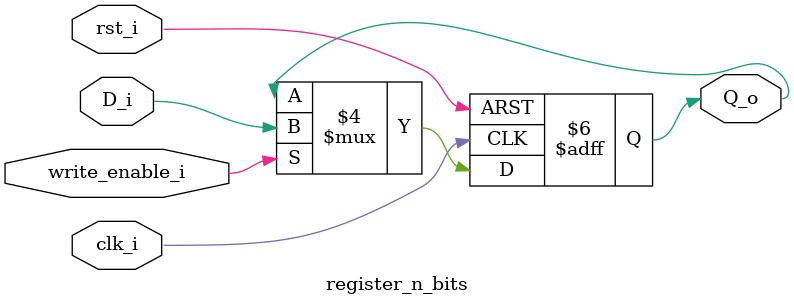
<source format=sv>

`timescale 1ns / 1ps

module register_n_bits #(
    parameter nb_bits = 1
)(
    input logic clk_i,
    input logic rst_i,
    input logic write_enable_i,
    input logic [nb_bits-1:0] D_i,
    output logic [nb_bits-1:0] Q_o
    );
    //Process
    always_ff @(posedge clk_i or negedge rst_i) begin : seq_0
        if (rst_i == 1'b0) Q_o <= 0;
        else if (write_enable_i == 1'b1) Q_o <= D_i;
    end : seq_0
endmodule : register_n_bits

</source>
